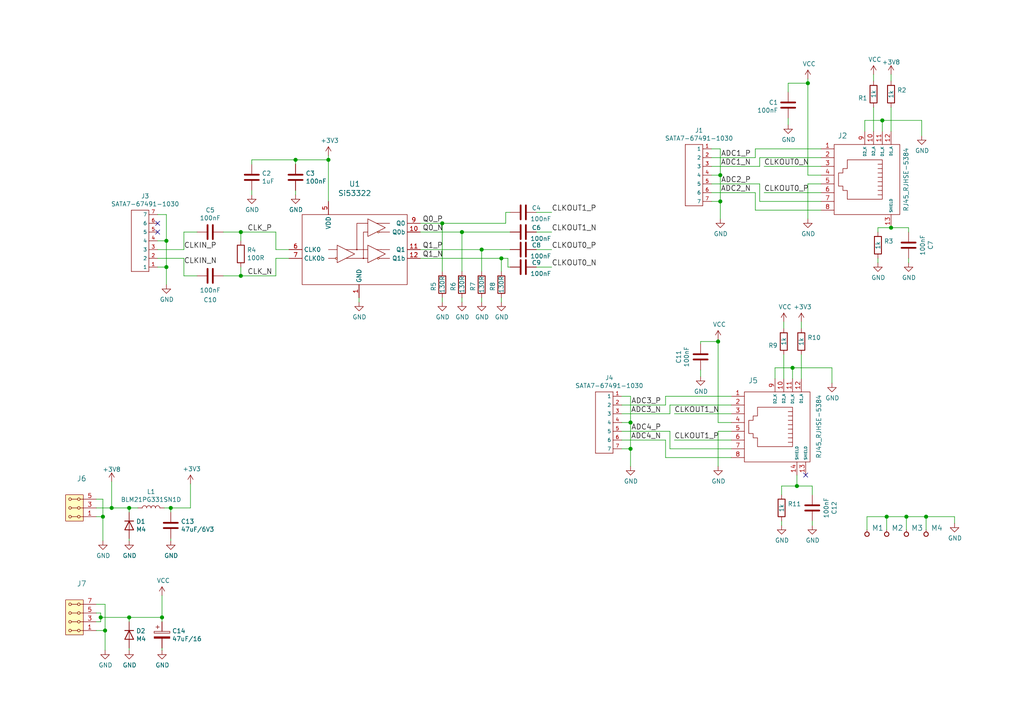
<source format=kicad_sch>
(kicad_sch (version 20211123) (generator eeschema)
  (paper "A4")
  (title_block (title "RFIQINT02A") (date "2021-04-14") (company "jacho@mlab.cz"))
  (lib_symbols
    (symbol "Device:C" (pin_numbers hide) (pin_names (offset 0.254))
      (property "Reference" "C" (at 0.635 2.54 0))
      (property "Value" "C" (at 0.635 -2.54 0))
      (symbol "C_0_1"
        (polyline (pts (xy -2.032 -0.762) (xy 2.032 -0.762)) (stroke (width 0.508)))
        (polyline (pts (xy -2.032 0.762) (xy 2.032 0.762)) (stroke (width 0.508)))
      )
      (symbol "C_1_1"
        (pin passive line (at 0 3.81 270) (length 2.794) (name "~") (number "1"))
        (pin passive line (at 0 -3.81 90) (length 2.794) (name "~") (number "2"))
      )
    )
    (symbol "Device:CP" (pin_numbers hide) (pin_names (offset 0.254))
      (property "Reference" "C" (at 0.635 2.54 0))
      (property "Value" "CP" (at 0.635 -2.54 0))
      (symbol "CP_0_1"
        (rectangle (start -2.286 0.508) (end 2.286 1.016))
        (polyline (pts (xy -1.778 2.286) (xy -0.762 2.286)))
        (polyline (pts (xy -1.27 2.794) (xy -1.27 1.778)))
        (rectangle (start 2.286 -0.508) (end -2.286 -1.016) (fill (type outline)))
      )
      (symbol "CP_1_1"
        (pin passive line (at 0 3.81 270) (length 2.794) (name "~") (number "1"))
        (pin passive line (at 0 -3.81 90) (length 2.794) (name "~") (number "2"))
      )
    )
    (symbol "Device:D" (pin_numbers hide) (pin_names hide)
      (property "Reference" "D" (at 0 2.54 0))
      (property "Value" "D" (at 0 -2.54 0))
      (symbol "D_0_1"
        (polyline (pts (xy -1.27 1.27) (xy -1.27 -1.27)) (stroke (width 0.254)))
        (polyline (pts (xy 1.27 0) (xy -1.27 0)))
        (polyline (pts (xy 1.27 1.27) (xy 1.27 -1.27) (xy -1.27 0) (xy 1.27 1.27)) (stroke (width 0.254)))
      )
      (symbol "D_1_1"
        (pin passive line (at -3.81 0 0) (length 2.54) (name "K") (number "1"))
        (pin passive line (at 3.81 0 180) (length 2.54) (name "A") (number "2"))
      )
    )
    (symbol "Device:L" (pin_numbers hide) (pin_names hide)
      (property "Reference" "L" (at -1.27 0 90))
      (property "Value" "L" (at 1.905 0 90))
      (symbol "L_0_1"
        (arc (start 0 -2.54) (mid 0.635 -1.905) (end 0 -1.27))
        (arc (start 0 -1.27) (mid 0.635 -0.635) (end 0 0))
        (arc (start 0 0) (mid 0.635 0.635) (end 0 1.27))
        (arc (start 0 1.27) (mid 0.635 1.905) (end 0 2.54))
      )
      (symbol "L_1_1"
        (pin passive line (at 0 3.81 270) (length 1.27) (name "1") (number "1"))
        (pin passive line (at 0 -3.81 90) (length 1.27) (name "2") (number "2"))
      )
    )
    (symbol "Device:R" (pin_numbers hide) (pin_names (offset 0))
      (property "Reference" "R" (at 2.032 0 90))
      (property "Value" "R" (at 0 0 90))
      (symbol "R_0_1"
        (rectangle (start -1.016 -2.54) (end 1.016 2.54) (stroke (width 0.254)))
      )
      (symbol "R_1_1"
        (pin passive line (at 0 3.81 270) (length 1.27) (name "~") (number "1"))
        (pin passive line (at 0 -3.81 90) (length 1.27) (name "~") (number "2"))
      )
    )
    (symbol "MLAB_CONNECTORS:RJ45_RJHSE-5384"
      (property "Reference" "J" (at -8.89 12.7 0))
      (property "Value" "RJ45_RJHSE-5384" (at 11.43 -1.27 90))
      (symbol "RJ45_RJHSE-5384_0_1"
        (rectangle (start -10.16 -7.62) (end 10.16 11.43))
        (polyline (pts (xy -4.445 5.08) (xy -4.445 6.35) (xy -4.445 6.35)))
        (polyline (pts (xy -3.175 6.35) (xy -3.175 5.08) (xy -3.175 5.08)))
        (polyline (pts (xy -1.905 6.35) (xy -1.905 5.08) (xy -1.905 5.08)))
        (polyline (pts (xy -0.635 6.35) (xy -0.635 5.08) (xy -0.635 5.08)))
        (polyline (pts (xy 0.635 6.35) (xy 0.635 5.08) (xy 0.635 5.08)))
        (polyline (pts (xy 1.905 6.35) (xy 1.905 5.08) (xy 1.905 5.08)))
        (polyline (pts (xy 3.175 5.08) (xy 3.175 6.35) (xy 3.175 6.35)))
        (polyline (pts (xy 4.445 5.08) (xy 4.445 6.35) (xy 4.445 6.35)))
        (polyline (pts (xy -5.715 6.35) (xy 5.715 6.35) (xy 5.715 -3.81) (xy 3.175 -3.81) (xy 3.175 -5.08) (xy 1.905 -5.08) (xy 1.905 -6.35) (xy -1.905 -6.35) (xy -1.905 -5.08) (xy -3.175 -5.08) (xy -3.175 -3.81) (xy -5.715 -3.81) (xy -5.715 6.35) (xy -5.715 6.35)))
      )
      (symbol "RJ45_RJHSE-5384_1_1"
        (pin passive line (at -8.89 -11.43 90) (length 3.81) (name "~") (number "1"))
        (pin unspecified line (at -13.97 3.81 0) (length 3.81) (name "D2_A") (number "10"))
        (pin unspecified line (at -13.97 6.35 0) (length 3.81) (name "D1_K") (number "11"))
        (pin unspecified line (at -13.97 8.89 0) (length 3.81) (name "D1_A") (number "12"))
        (pin passive line (at 13.97 8.89 180) (length 3.81) (name "SHIELD") (number "13"))
        (pin passive line (at -6.35 -11.43 90) (length 3.81) (name "~") (number "2"))
        (pin passive line (at -3.81 -11.43 90) (length 3.81) (name "~") (number "3"))
        (pin passive line (at -1.27 -11.43 90) (length 3.81) (name "~") (number "4"))
        (pin passive line (at 1.27 -11.43 90) (length 3.81) (name "~") (number "5"))
        (pin passive line (at 3.81 -11.43 90) (length 3.81) (name "~") (number "6"))
        (pin passive line (at 6.35 -11.43 90) (length 3.81) (name "~") (number "7"))
        (pin passive line (at 8.89 -11.43 90) (length 3.81) (name "~") (number "8"))
        (pin unspecified line (at -13.97 1.27 0) (length 3.81) (name "D2_K") (number "9"))
      )
    )
    (symbol "MLAB_CONNECTORS:RJ45_RJHSE-5384_1"
      (property "Reference" "J7" (at 15.7585 0 0))
      (property "Value" "RJ45_RJHSE-5384" (at 13.2349 0 0))
      (symbol "RJ45_RJHSE-5384_1_0_1"
        (rectangle (start -10.16 -7.62) (end 10.16 11.43))
        (polyline (pts (xy -4.445 5.08) (xy -4.445 6.35) (xy -4.445 6.35)))
        (polyline (pts (xy -3.175 6.35) (xy -3.175 5.08) (xy -3.175 5.08)))
        (polyline (pts (xy -1.905 6.35) (xy -1.905 5.08) (xy -1.905 5.08)))
        (polyline (pts (xy -0.635 6.35) (xy -0.635 5.08) (xy -0.635 5.08)))
        (polyline (pts (xy 0.635 6.35) (xy 0.635 5.08) (xy 0.635 5.08)))
        (polyline (pts (xy 1.905 6.35) (xy 1.905 5.08) (xy 1.905 5.08)))
        (polyline (pts (xy 3.175 5.08) (xy 3.175 6.35) (xy 3.175 6.35)))
        (polyline (pts (xy 4.445 5.08) (xy 4.445 6.35) (xy 4.445 6.35)))
        (polyline (pts (xy -5.715 6.35) (xy 5.715 6.35) (xy 5.715 -3.81) (xy 3.175 -3.81) (xy 3.175 -5.08) (xy 1.905 -5.08) (xy 1.905 -6.35) (xy -1.905 -6.35) (xy -1.905 -5.08) (xy -3.175 -5.08) (xy -3.175 -3.81) (xy -5.715 -3.81) (xy -5.715 6.35) (xy -5.715 6.35)))
      )
      (symbol "RJ45_RJHSE-5384_1_1_1"
        (pin passive line (at -8.89 -11.43 90) (length 3.81) (name "~") (number "1"))
        (pin unspecified line (at -13.97 3.81 0) (length 3.81) (name "D2_A") (number "10"))
        (pin unspecified line (at -13.97 6.35 0) (length 3.81) (name "D1_K") (number "11"))
        (pin unspecified line (at -13.97 8.89 0) (length 3.81) (name "D1_A") (number "12"))
        (pin passive line (at 13.97 10.16 180) (length 3.81) (name "SHIELD") (number "13"))
        (pin passive line (at 13.97 7.62 180) (length 3.81) (name "SHIELD") (number "14"))
        (pin passive line (at -6.35 -11.43 90) (length 3.81) (name "~") (number "2"))
        (pin passive line (at -3.81 -11.43 90) (length 3.81) (name "~") (number "3"))
        (pin passive line (at -1.27 -11.43 90) (length 3.81) (name "~") (number "4"))
        (pin passive line (at 1.27 -11.43 90) (length 3.81) (name "~") (number "5"))
        (pin passive line (at 3.81 -11.43 90) (length 3.81) (name "~") (number "6"))
        (pin passive line (at 6.35 -11.43 90) (length 3.81) (name "~") (number "7"))
        (pin passive line (at 8.89 -11.43 90) (length 3.81) (name "~") (number "8"))
        (pin unspecified line (at -13.97 1.27 0) (length 3.81) (name "D2_K") (number "9"))
      )
    )
    (symbol "MLAB_CONNECTORS:SATA7-67491-1030"
      (property "Reference" "J" (at -2.54 10.16 0))
      (property "Value" "SATA7-67491-1030" (at -2.54 -11.43 0))
      (symbol "SATA7-67491-1030_1_0"
        (polyline (pts (xy -2.54 -8.89) (xy 2.54 -8.89)))
        (polyline (pts (xy -2.54 8.89) (xy -2.54 -8.89)))
        (polyline (pts (xy 2.54 -8.89) (xy 2.54 8.89)))
        (polyline (pts (xy 2.54 8.89) (xy -2.54 8.89)))
      )
      (symbol "SATA7-67491-1030_1_1"
        (pin passive line (at -5.08 7.62 0) (length 2.54) (name "1") (number "1"))
        (pin passive line (at -5.08 5.08 0) (length 2.54) (name "2") (number "2"))
        (pin passive line (at -5.08 2.54 0) (length 2.54) (name "3") (number "3"))
        (pin passive line (at -5.08 0 0) (length 2.54) (name "4") (number "4"))
        (pin passive line (at -5.08 -2.54 0) (length 2.54) (name "5") (number "5"))
        (pin passive line (at -5.08 -5.08 0) (length 2.54) (name "6") (number "6"))
        (pin passive line (at -5.08 -7.62 0) (length 2.54) (name "7") (number "7"))
      )
    )
    (symbol "MLAB_HEADER:HEADER_2x03_PARALLEL"
      (property "Reference" "J" (at 0 -5.08 0))
      (property "Value" "HEADER_2x03_PARALLEL" (at 0 5.08 0))
      (symbol "HEADER_2x03_PARALLEL_0_1"
        (rectangle (start -2.54 3.81) (end 2.54 -3.81) (fill (type background)))
        (circle (center -1.27 -2.54) (radius 0.381))
        (circle (center -1.27 0) (radius 0.381))
        (circle (center -1.27 2.54) (radius 0.381))
        (polyline (pts (xy -1.651 -2.54) (xy -2.54 -2.54)))
        (polyline (pts (xy -1.651 0) (xy -2.54 0)))
        (polyline (pts (xy -1.651 2.54) (xy -2.54 2.54)))
        (polyline (pts (xy -0.889 -2.54) (xy 0.889 -2.54)))
        (polyline (pts (xy -0.889 0) (xy 0.889 0)))
        (polyline (pts (xy -0.889 2.54) (xy 0.889 2.54)))
        (circle (center 1.27 -2.54) (radius 0.381))
        (circle (center 1.27 0) (radius 0.381))
        (circle (center 1.27 2.54) (radius 0.381))
      )
      (symbol "HEADER_2x03_PARALLEL_1_1"
        (pin input line (at -6.35 2.54 0) (length 3.81) (name "~") (number "1"))
        (pin input line (at -6.35 2.54 0) (length 3.81) hide (name "~") (number "2"))
        (pin input line (at -6.35 0 0) (length 3.81) (name "~") (number "3"))
        (pin input line (at -6.35 0 0) (length 3.81) hide (name "~") (number "4"))
        (pin input line (at -6.35 -2.54 0) (length 3.81) (name "~") (number "5"))
        (pin input line (at -6.35 -2.54 0) (length 3.81) hide (name "~") (number "6"))
      )
    )
    (symbol "MLAB_HEADER:HEADER_2x04_PARALLEL"
      (property "Reference" "J" (at 0 -6.35 0))
      (property "Value" "HEADER_2x04_PARALLEL" (at 0 6.35 0))
      (symbol "HEADER_2x04_PARALLEL_0_1"
        (rectangle (start -2.54 5.08) (end 2.54 -5.08) (fill (type background)))
        (circle (center -1.27 -3.81) (radius 0.381))
        (circle (center -1.27 -1.27) (radius 0.381))
        (circle (center -1.27 1.27) (radius 0.381))
        (circle (center -1.27 3.81) (radius 0.381))
        (polyline (pts (xy -1.651 -3.81) (xy -2.54 -3.81)))
        (polyline (pts (xy -1.651 -1.27) (xy -2.54 -1.27)))
        (polyline (pts (xy -1.651 1.27) (xy -2.54 1.27)))
        (polyline (pts (xy -1.651 3.81) (xy -2.54 3.81)))
        (polyline (pts (xy -0.889 -3.81) (xy 0.889 -3.81)))
        (polyline (pts (xy -0.889 -1.27) (xy 0.889 -1.27)))
        (polyline (pts (xy -0.889 1.27) (xy 0.889 1.27)))
        (polyline (pts (xy -0.889 3.81) (xy 0.889 3.81)))
        (circle (center 1.27 -3.81) (radius 0.381))
        (circle (center 1.27 -1.27) (radius 0.381))
        (circle (center 1.27 1.27) (radius 0.381))
        (circle (center 1.27 3.81) (radius 0.381))
      )
      (symbol "HEADER_2x04_PARALLEL_1_1"
        (pin input line (at -6.35 3.81 0) (length 3.81) (name "~") (number "1"))
        (pin input line (at -6.35 3.81 0) (length 3.81) hide (name "~") (number "2"))
        (pin input line (at -6.35 1.27 0) (length 3.81) (name "~") (number "3"))
        (pin input line (at -6.35 1.27 0) (length 3.81) hide (name "~") (number "4"))
        (pin input line (at -6.35 -1.27 0) (length 3.81) (name "~") (number "5"))
        (pin input line (at -6.35 -1.27 0) (length 3.81) hide (name "~") (number "6"))
        (pin input line (at -6.35 -3.81 0) (length 3.81) (name "~") (number "7"))
        (pin input line (at -6.35 -3.81 0) (length 3.81) hide (name "~") (number "8"))
      )
    )
    (symbol "MLAB_IO:Si53322"
      (property "Reference" "U" (at -17.78 10.16 0))
      (property "Value" "Si53322" (at 7.62 -10.16 0))
      (symbol "Si53322_0_1"
        (rectangle (start -16.51 7.62) (end 13.97 -12.7))
        (circle (center -6.604 -5.08) (radius 0.254) (fill (type background)))
        (circle (center -0.635 -2.54) (radius 0.127))
        (polyline (pts (xy -8.89 -5.08) (xy -6.858 -5.08)))
        (polyline (pts (xy -8.89 -2.54) (xy -6.35 -2.54)))
        (polyline (pts (xy 2.54 -5.08) (xy -3.81 -5.08)))
        (polyline (pts (xy 6.35 -5.08) (xy 5.842 -5.08)))
        (polyline (pts (xy 6.35 -2.54) (xy 5.08 -2.54)))
        (polyline (pts (xy 6.35 2.54) (xy 5.842 2.54)))
        (polyline (pts (xy 6.35 5.08) (xy 5.08 5.08)))
        (polyline (pts (xy 8.89 -5.08) (xy 6.35 -5.08)))
        (polyline (pts (xy 8.89 -2.54) (xy 6.35 -2.54)))
        (polyline (pts (xy 8.89 2.54) (xy 6.35 2.54)))
        (polyline (pts (xy 8.89 5.08) (xy 6.35 5.08)))
        (polyline (pts (xy 2.54 -2.54) (xy 0 -2.54) (xy -3.81 -2.54)))
        (polyline (pts (xy 2.54 2.54) (xy 1.27 2.54) (xy 1.27 -5.08)))
        (polyline (pts (xy 2.54 5.08) (xy -0.635 5.08) (xy -0.635 -2.54)))
        (polyline (pts (xy -6.35 -1.27) (xy -6.35 -6.35) (xy -1.27 -3.81) (xy -6.35 -1.27)))
        (polyline (pts (xy 2.54 -1.27) (xy 2.54 -6.35) (xy 7.62 -3.81) (xy 2.54 -1.27)))
        (polyline (pts (xy 2.54 6.35) (xy 2.54 1.27) (xy 7.62 3.81) (xy 2.54 6.35)))
        (circle (center 1.27 -5.08) (radius 0.127))
        (circle (center 5.588 -5.08) (radius 0.254) (fill (type background)))
        (circle (center 5.588 2.54) (radius 0.254) (fill (type background)))
      )
      (symbol "Si53322_1_1"
        (pin input line (at 0 -16.51 90) (length 3.81) (name "GND") (number "1"))
        (pin input line (at 17.78 2.54 180) (length 3.81) (name "Q0b") (number "10"))
        (pin input line (at 17.78 -2.54 180) (length 3.81) (name "Q1") (number "11"))
        (pin input line (at 17.78 -5.08 180) (length 3.81) (name "Q1b") (number "12"))
        (pin input line (at 0 -16.51 90) (length 3.81) hide (name "GND") (number "17"))
        (pin input line (at -8.89 11.43 270) (length 3.81) (name "VDD") (number "5"))
        (pin input line (at -20.32 -2.54 0) (length 3.81) (name "CLK0") (number "6"))
        (pin input line (at -20.32 -5.08 0) (length 3.81) (name "CLK0b") (number "7"))
        (pin input line (at 17.78 5.08 180) (length 3.81) (name "Q0") (number "9"))
      )
    )
    (symbol "MLAB_MECHANICAL:HOLE" (pin_numbers hide) (pin_names hide)
      (property "Reference" "M" (at 0 2.54 0))
      (property "Value" "HOLE" (at 0 -2.54 0))
      (symbol "HOLE_0_1"
        (circle (center 0 0) (radius 0.635) (stroke (width 0.254)))
      )
      (symbol "HOLE_1_1"
        (pin input line (at 1.27 0 180) (length 0.635) (name "~") (number "1"))
      )
    )
    (symbol "Power_symbols:+3V8" (power) (pin_names (offset 0))
      (property "Value" "+3V8" (at 0 3.556 0))
      (symbol "+3V8_0_1"
        (polyline (pts (xy -0.762 1.27) (xy 0 2.54)))
        (polyline (pts (xy 0 0) (xy 0 2.54)))
        (polyline (pts (xy 0 2.54) (xy 0.762 1.27)))
      )
      (symbol "+3V8_1_1"
        (pin power_in line (at 0 0 90) (length 0) hide (name "+3V8") (number "1"))
      )
    )
    (symbol "power:+3V3" (power) (pin_names (offset 0))
      (property "Value" "+3V3" (at 0 3.556 0))
      (symbol "+3V3_0_1"
        (polyline (pts (xy -0.762 1.27) (xy 0 2.54)))
        (polyline (pts (xy 0 0) (xy 0 2.54)))
        (polyline (pts (xy 0 2.54) (xy 0.762 1.27)))
      )
      (symbol "+3V3_1_1"
        (pin power_in line (at 0 0 90) (length 0) hide (name "+3V3") (number "1"))
      )
    )
    (symbol "power:GND" (power) (pin_names (offset 0))
      (property "Value" "GND" (at 0 -3.81 0))
      (symbol "GND_0_1"
        (polyline (pts (xy 0 0) (xy 0 -1.27) (xy 1.27 -1.27) (xy 0 -2.54) (xy -1.27 -1.27) (xy 0 -1.27)))
      )
      (symbol "GND_1_1"
        (pin power_in line (at 0 0 270) (length 0) hide (name "GND") (number "1"))
      )
    )
    (symbol "power:VCC" (power) (pin_names (offset 0))
      (property "Value" "VCC" (at 0 3.81 0))
      (symbol "VCC_0_1"
        (polyline (pts (xy -0.762 1.27) (xy 0 2.54)))
        (polyline (pts (xy 0 0) (xy 0 2.54)))
        (polyline (pts (xy 0 2.54) (xy 0.762 1.27)))
      )
      (symbol "VCC_1_1"
        (pin power_in line (at 0 0 90) (length 0) hide (name "VCC") (number "1"))
      )
    )
  )
  (junction (at 229.87 106.68) (diameter 1.016))
  (junction (at 46.99 179.07) (diameter 1.016))
  (junction (at 128.27 64.77) (diameter 1.016))
  (junction (at 231.14 140.97) (diameter 1.016))
  (junction (at 234.315 24.13) (diameter 1.016))
  (junction (at 139.7 72.39) (diameter 1.016))
  (junction (at 133.985 67.31) (diameter 1.016))
  (junction (at 268.605 149.86) (diameter 1.016))
  (junction (at 182.88 130.175) (diameter 1.016))
  (junction (at 32.385 147.32) (diameter 1.016))
  (junction (at 145.415 74.93) (diameter 1.016))
  (junction (at 208.915 50.8) (diameter 1.016))
  (junction (at 37.465 179.07) (diameter 1.016))
  (junction (at 49.53 147.32) (diameter 1.016))
  (junction (at 258.445 66.04) (diameter 1.016))
  (junction (at 262.89 149.86) (diameter 1.016))
  (junction (at 29.21 179.07) (diameter 1.016))
  (junction (at 257.175 149.86) (diameter 1.016))
  (junction (at 85.725 46.355) (diameter 1.016))
  (junction (at 29.845 149.86) (diameter 1.016))
  (junction (at 37.465 147.32) (diameter 1.016))
  (junction (at 208.28 99.06) (diameter 1.016))
  (junction (at 255.905 34.925) (diameter 1.016))
  (junction (at 182.88 122.555) (diameter 1.016))
  (junction (at 69.85 80.01) (diameter 1.016))
  (junction (at 48.26 69.85) (diameter 1.016))
  (junction (at 208.915 58.42) (diameter 1.016))
  (junction (at 48.26 77.47) (diameter 1.016))
  (junction (at 69.85 67.31) (diameter 1.016))
  (junction (at 95.25 46.355) (diameter 1.016))
  (junction (at 30.48 182.88) (diameter 1.016))
  (no_connect (at 233.68 137.795))
  (no_connect (at 45.72 64.77))
  (no_connect (at 45.72 67.31))
  (wire (pts (xy 85.725 55.245) (xy 85.725 56.515)))
  (wire (pts (xy 128.27 64.77) (xy 128.27 78.74)))
  (wire (pts (xy 258.445 31.115) (xy 258.445 38.1)))
  (wire (pts (xy 208.28 122.555) (xy 212.09 122.555)))
  (wire (pts (xy 229.87 106.68) (xy 229.87 109.855)))
  (wire (pts (xy 182.88 130.175) (xy 182.88 135.255)))
  (wire (pts (xy 250.825 34.925) (xy 255.905 34.925)))
  (wire (pts (xy 250.825 38.1) (xy 250.825 34.925)))
  (wire (pts (xy 255.905 34.925) (xy 267.335 34.925)))
  (wire (pts (xy 267.335 34.925) (xy 267.335 39.37)))
  (wire (pts (xy 226.695 140.97) (xy 226.695 143.51)))
  (wire (pts (xy 251.46 149.86) (xy 257.175 149.86)))
  (wire (pts (xy 234.315 22.86) (xy 234.315 24.13)))
  (wire (pts (xy 234.315 24.13) (xy 234.315 50.8)))
  (wire (pts (xy 180.34 120.015) (xy 194.31 120.015)))
  (wire (pts (xy 208.28 98.425) (xy 208.28 99.06)))
  (wire (pts (xy 208.28 99.06) (xy 208.28 122.555)))
  (wire (pts (xy 45.72 72.39) (xy 53.34 72.39)))
  (wire (pts (xy 206.375 58.42) (xy 208.915 58.42)))
  (wire (pts (xy 133.985 86.36) (xy 133.985 87.63)))
  (wire (pts (xy 133.985 67.31) (xy 147.955 67.31)))
  (wire (pts (xy 232.41 93.345) (xy 232.41 95.25)))
  (wire (pts (xy 212.09 125.095) (xy 208.28 125.095)))
  (wire (pts (xy 47.625 147.32) (xy 49.53 147.32)))
  (wire (pts (xy 46.99 179.07) (xy 46.99 180.34)))
  (wire (pts (xy 253.365 31.115) (xy 253.365 38.1)))
  (wire (pts (xy 27.94 175.26) (xy 30.48 175.26)))
  (wire (pts (xy 193.04 132.715) (xy 193.04 127.635)))
  (wire (pts (xy 208.915 50.8) (xy 208.915 58.42)))
  (wire (pts (xy 206.375 48.26) (xy 220.345 48.26)))
  (wire (pts (xy 145.415 74.93) (xy 147.32 74.93)))
  (wire (pts (xy 228.6 34.29) (xy 228.6 36.195)))
  (wire (pts (xy 133.985 67.31) (xy 133.985 78.74)))
  (wire (pts (xy 227.33 102.87) (xy 227.33 109.855)))
  (wire (pts (xy 45.72 77.47) (xy 48.26 77.47)))
  (wire (pts (xy 53.34 74.93) (xy 53.34 80.01)))
  (wire (pts (xy 253.365 21.59) (xy 253.365 23.495)))
  (wire (pts (xy 37.465 179.07) (xy 37.465 180.34)))
  (wire (pts (xy 232.41 102.87) (xy 232.41 109.855)))
  (wire (pts (xy 241.3 106.68) (xy 241.3 111.125)))
  (wire (pts (xy 208.915 43.18) (xy 208.915 50.8)))
  (wire (pts (xy 121.92 67.31) (xy 133.985 67.31)))
  (wire (pts (xy 128.27 64.77) (xy 146.685 64.77)))
  (wire (pts (xy 268.605 149.86) (xy 276.86 149.86)))
  (wire (pts (xy 30.48 182.88) (xy 27.94 182.88)))
  (wire (pts (xy 180.34 117.475) (xy 193.04 117.475)))
  (wire (pts (xy 95.25 46.355) (xy 95.25 58.42)))
  (wire (pts (xy 64.77 80.01) (xy 69.85 80.01)))
  (wire (pts (xy 139.7 86.36) (xy 139.7 87.63)))
  (wire (pts (xy 80.01 72.39) (xy 83.82 72.39)))
  (wire (pts (xy 45.72 62.23) (xy 48.26 62.23)))
  (wire (pts (xy 48.26 69.85) (xy 48.26 77.47)))
  (wire (pts (xy 221.615 48.26) (xy 238.125 48.26)))
  (wire (pts (xy 257.175 149.86) (xy 262.89 149.86)))
  (wire (pts (xy 238.125 60.96) (xy 219.075 60.96)))
  (wire (pts (xy 128.27 86.36) (xy 128.27 87.63)))
  (wire (pts (xy 37.465 187.96) (xy 37.465 188.595)))
  (wire (pts (xy 55.245 147.32) (xy 55.245 140.335)))
  (wire (pts (xy 69.85 67.31) (xy 80.01 67.31)))
  (wire (pts (xy 224.79 109.855) (xy 224.79 106.68)))
  (wire (pts (xy 180.34 125.095) (xy 194.31 125.095)))
  (wire (pts (xy 193.04 114.935) (xy 212.09 114.935)))
  (wire (pts (xy 276.86 149.86) (xy 276.86 151.765)))
  (wire (pts (xy 182.88 122.555) (xy 182.88 130.175)))
  (wire (pts (xy 29.845 149.86) (xy 29.845 156.845)))
  (wire (pts (xy 255.905 34.925) (xy 255.905 38.1)))
  (wire (pts (xy 254.635 66.04) (xy 258.445 66.04)))
  (wire (pts (xy 254.635 74.93) (xy 254.635 76.2)))
  (wire (pts (xy 180.34 114.935) (xy 182.88 114.935)))
  (wire (pts (xy 85.725 46.355) (xy 95.25 46.355)))
  (wire (pts (xy 235.585 151.13) (xy 235.585 152.4)))
  (wire (pts (xy 69.85 67.31) (xy 69.85 69.85)))
  (wire (pts (xy 219.075 55.88) (xy 206.375 55.88)))
  (wire (pts (xy 46.99 187.96) (xy 46.99 188.595)))
  (wire (pts (xy 85.725 47.625) (xy 85.725 46.355)))
  (wire (pts (xy 238.125 53.34) (xy 234.315 53.34)))
  (wire (pts (xy 80.01 67.31) (xy 80.01 72.39)))
  (wire (pts (xy 139.7 72.39) (xy 139.7 78.74)))
  (wire (pts (xy 27.94 177.8) (xy 29.21 177.8)))
  (wire (pts (xy 46.99 172.72) (xy 46.99 179.07)))
  (wire (pts (xy 258.445 21.59) (xy 258.445 23.495)))
  (wire (pts (xy 139.7 72.39) (xy 147.955 72.39)))
  (wire (pts (xy 29.21 179.07) (xy 29.21 180.34)))
  (wire (pts (xy 53.34 67.31) (xy 57.15 67.31)))
  (wire (pts (xy 195.58 127.635) (xy 212.09 127.635)))
  (wire (pts (xy 193.04 117.475) (xy 193.04 114.935)))
  (wire (pts (xy 155.575 77.47) (xy 160.02 77.47)))
  (wire (pts (xy 32.385 139.7) (xy 32.385 147.32)))
  (wire (pts (xy 262.89 149.86) (xy 268.605 149.86)))
  (wire (pts (xy 262.89 149.86) (xy 262.89 153.67)))
  (wire (pts (xy 206.375 50.8) (xy 208.915 50.8)))
  (wire (pts (xy 206.375 45.72) (xy 219.075 45.72)))
  (wire (pts (xy 37.465 156.21) (xy 37.465 156.845)))
  (wire (pts (xy 37.465 147.32) (xy 40.005 147.32)))
  (wire (pts (xy 194.31 117.475) (xy 212.09 117.475)))
  (wire (pts (xy 37.465 179.07) (xy 46.99 179.07)))
  (wire (pts (xy 69.85 80.01) (xy 80.01 80.01)))
  (wire (pts (xy 146.685 64.77) (xy 146.685 61.595)))
  (wire (pts (xy 29.21 179.07) (xy 37.465 179.07)))
  (wire (pts (xy 145.415 74.93) (xy 145.415 78.74)))
  (wire (pts (xy 53.34 72.39) (xy 53.34 67.31)))
  (wire (pts (xy 208.915 58.42) (xy 208.915 63.5)))
  (wire (pts (xy 194.31 125.095) (xy 194.31 130.175)))
  (wire (pts (xy 27.94 144.78) (xy 29.845 144.78)))
  (wire (pts (xy 220.345 48.26) (xy 220.345 45.72)))
  (wire (pts (xy 194.31 120.015) (xy 194.31 117.475)))
  (wire (pts (xy 145.415 86.36) (xy 145.415 87.63)))
  (wire (pts (xy 195.58 120.015) (xy 212.09 120.015)))
  (wire (pts (xy 155.575 61.595) (xy 160.02 61.595)))
  (wire (pts (xy 64.77 67.31) (xy 69.85 67.31)))
  (wire (pts (xy 226.695 151.13) (xy 226.695 152.4)))
  (wire (pts (xy 49.53 156.21) (xy 49.53 156.845)))
  (wire (pts (xy 231.14 137.795) (xy 231.14 140.97)))
  (wire (pts (xy 229.87 106.68) (xy 241.3 106.68)))
  (wire (pts (xy 53.34 80.01) (xy 57.15 80.01)))
  (wire (pts (xy 221.615 55.88) (xy 238.125 55.88)))
  (wire (pts (xy 80.01 80.01) (xy 80.01 74.93)))
  (wire (pts (xy 220.345 53.34) (xy 220.345 58.42)))
  (wire (pts (xy 206.375 43.18) (xy 208.915 43.18)))
  (wire (pts (xy 121.92 72.39) (xy 139.7 72.39)))
  (wire (pts (xy 226.695 140.97) (xy 231.14 140.97)))
  (wire (pts (xy 231.14 140.97) (xy 235.585 140.97)))
  (wire (pts (xy 268.605 149.86) (xy 268.605 153.67)))
  (wire (pts (xy 30.48 182.88) (xy 30.48 188.595)))
  (wire (pts (xy 29.21 177.8) (xy 29.21 179.07)))
  (wire (pts (xy 155.575 72.39) (xy 160.02 72.39)))
  (wire (pts (xy 182.88 114.935) (xy 182.88 122.555)))
  (wire (pts (xy 104.14 86.36) (xy 104.14 87.63)))
  (wire (pts (xy 219.075 45.72) (xy 219.075 43.18)))
  (wire (pts (xy 29.845 144.78) (xy 29.845 149.86)))
  (wire (pts (xy 219.075 60.96) (xy 219.075 55.88)))
  (wire (pts (xy 203.2 107.315) (xy 203.2 109.22)))
  (wire (pts (xy 180.34 122.555) (xy 182.88 122.555)))
  (wire (pts (xy 254.635 67.31) (xy 254.635 66.04)))
  (wire (pts (xy 227.33 93.345) (xy 227.33 95.25)))
  (wire (pts (xy 30.48 175.26) (xy 30.48 182.88)))
  (wire (pts (xy 146.685 61.595) (xy 147.955 61.595)))
  (wire (pts (xy 193.04 127.635) (xy 180.34 127.635)))
  (wire (pts (xy 80.01 74.93) (xy 83.82 74.93)))
  (wire (pts (xy 258.445 66.04) (xy 263.525 66.04)))
  (wire (pts (xy 121.92 74.93) (xy 145.415 74.93)))
  (wire (pts (xy 212.09 132.715) (xy 193.04 132.715)))
  (wire (pts (xy 194.31 130.175) (xy 212.09 130.175)))
  (wire (pts (xy 48.26 62.23) (xy 48.26 69.85)))
  (wire (pts (xy 27.94 147.32) (xy 32.385 147.32)))
  (wire (pts (xy 32.385 147.32) (xy 37.465 147.32)))
  (wire (pts (xy 27.94 149.86) (xy 29.845 149.86)))
  (wire (pts (xy 147.32 74.93) (xy 147.32 77.47)))
  (wire (pts (xy 69.85 80.01) (xy 69.85 77.47)))
  (wire (pts (xy 220.345 58.42) (xy 238.125 58.42)))
  (wire (pts (xy 220.345 45.72) (xy 238.125 45.72)))
  (wire (pts (xy 45.72 69.85) (xy 48.26 69.85)))
  (wire (pts (xy 203.2 99.06) (xy 208.28 99.06)))
  (wire (pts (xy 203.2 99.695) (xy 203.2 99.06)))
  (wire (pts (xy 155.575 67.31) (xy 160.02 67.31)))
  (wire (pts (xy 49.53 147.32) (xy 55.245 147.32)))
  (wire (pts (xy 235.585 140.97) (xy 235.585 143.51)))
  (wire (pts (xy 49.53 147.32) (xy 49.53 148.59)))
  (wire (pts (xy 73.025 46.355) (xy 73.025 47.625)))
  (wire (pts (xy 85.725 46.355) (xy 73.025 46.355)))
  (wire (pts (xy 234.315 53.34) (xy 234.315 63.5)))
  (wire (pts (xy 48.26 77.47) (xy 48.26 82.55)))
  (wire (pts (xy 208.28 125.095) (xy 208.28 135.255)))
  (wire (pts (xy 180.34 130.175) (xy 182.88 130.175)))
  (wire (pts (xy 45.72 74.93) (xy 53.34 74.93)))
  (wire (pts (xy 263.525 66.04) (xy 263.525 67.31)))
  (wire (pts (xy 37.465 147.32) (xy 37.465 148.59)))
  (wire (pts (xy 219.075 43.18) (xy 238.125 43.18)))
  (wire (pts (xy 147.32 77.47) (xy 147.955 77.47)))
  (wire (pts (xy 121.92 64.77) (xy 128.27 64.77)))
  (wire (pts (xy 257.175 149.86) (xy 257.175 153.67)))
  (wire (pts (xy 228.6 24.13) (xy 234.315 24.13)))
  (wire (pts (xy 228.6 26.67) (xy 228.6 24.13)))
  (wire (pts (xy 73.025 55.245) (xy 73.025 56.515)))
  (wire (pts (xy 95.25 45.085) (xy 95.25 46.355)))
  (wire (pts (xy 251.46 153.67) (xy 251.46 149.86)))
  (wire (pts (xy 206.375 53.34) (xy 220.345 53.34)))
  (wire (pts (xy 263.525 74.93) (xy 263.525 76.2)))
  (wire (pts (xy 27.94 180.34) (xy 29.21 180.34)))
  (wire (pts (xy 234.315 50.8) (xy 238.125 50.8)))
  (wire (pts (xy 224.79 106.68) (xy 229.87 106.68)))
  (label "CLKOUT1_P" (at 195.58 127.635 0) (effects (font (size 1.524 1.524))))
  (label "Q0_P" (at 122.555 64.77 0) (effects (font (size 1.524 1.524))))
  (label "ADC2_N" (at 217.805 55.88 180) (effects (font (size 1.524 1.524))))
  (label "CLK_P" (at 71.755 67.31 0) (effects (font (size 1.524 1.524))))
  (label "CLKIN_N" (at 53.34 76.835 0) (effects (font (size 1.524 1.524))))
  (label "CLKOUT0_N" (at 160.02 77.47 0) (effects (font (size 1.524 1.524))))
  (label "ADC4_P" (at 191.77 125.095 180) (effects (font (size 1.524 1.524))))
  (label "Q1_N" (at 122.555 74.93 0) (effects (font (size 1.524 1.524))))
  (label "CLKOUT1_P" (at 160.02 61.595 0) (effects (font (size 1.524 1.524))))
  (label "CLK_N" (at 71.755 80.01 0) (effects (font (size 1.524 1.524))))
  (label "CLKOUT1_N" (at 160.02 67.31 0) (effects (font (size 1.524 1.524))))
  (label "ADC4_N" (at 191.77 127.635 180) (effects (font (size 1.524 1.524))))
  (label "CLKOUT0_N" (at 221.615 48.26 0) (effects (font (size 1.524 1.524))))
  (label "Q0_N" (at 122.555 67.31 0) (effects (font (size 1.524 1.524))))
  (label "ADC2_P" (at 217.805 53.34 180) (effects (font (size 1.524 1.524))))
  (label "CLKIN_P" (at 53.34 72.39 0) (effects (font (size 1.524 1.524))))
  (label "CLKOUT1_N" (at 195.58 120.015 0) (effects (font (size 1.524 1.524))))
  (label "Q1_P" (at 122.555 72.39 0) (effects (font (size 1.524 1.524))))
  (label "ADC3_P" (at 191.77 117.475 180) (effects (font (size 1.524 1.524))))
  (label "ADC1_N" (at 217.805 48.26 180) (effects (font (size 1.524 1.524))))
  (label "CLKOUT0_P" (at 221.615 55.88 0) (effects (font (size 1.524 1.524))))
  (label "ADC1_P" (at 217.805 45.72 180) (effects (font (size 1.524 1.524))))
  (label "CLKOUT0_P" (at 160.02 72.39 0) (effects (font (size 1.524 1.524))))
  (label "ADC3_N" (at 191.77 120.015 180) (effects (font (size 1.524 1.524))))
  (symbol (lib_id "MLAB_CONNECTORS:RJ45_RJHSE-5384") (at 249.555 52.07 270) (unit 1)
    (property "Reference" "J2" (at 244.3585 39.37 90) (effects (font (size 1.524 1.524))))
    (property "Value" "RJ45_RJHSE-5384" (at 262.7899 52.07 0) (effects (font (size 1.2954 1.2954))))
    (property "Footprint" "Mlab_CON:RJHSE-5384(RJ45)" (effects hide))
    (property "UST_ID" "5c70984712875079b91f8a7d" (effects hide))
  )
  (symbol (lib_id "power:GND") (at 37.465 156.845 0) (unit 1)
    (property "Reference" "#PWR031" (effects hide))
    (property "Value" "GND" (at 37.5793 161.1694 0))
  )
  (symbol (lib_id "Device:C") (at 228.6 30.48 180) (unit 1)
    (property "Reference" "C1" (at 225.6789 29.7191 0) (effects (justify left)))
    (property "Value" "100nF" (at 225.6789 32.0178 0) (effects (justify left)))
    (property "Footprint" "Mlab_R:SMD-0805" (effects hide))
    (property "UST_ID" "5c70984712875079b91f8b4c" (effects hide))
  )
  (symbol (lib_id "Device:R") (at 139.7 82.55 0) (unit 1)
    (property "Reference" "R7" (at 137.16 84.455 90) (effects (justify left)))
    (property "Value" "130R" (at 139.7 85.09 90) (effects (justify left)))
    (property "Footprint" "Mlab_R:SMD-0805" (effects hide))
    (property "UST_ID" "5c70984512875079b91f8979" (effects hide))
  )
  (symbol (lib_id "Device:C") (at 151.765 67.31 90) (unit 1)
    (property "Reference" "C6" (at 155.575 66.04 90))
    (property "Value" "100nF" (at 156.845 69.215 90))
    (property "Footprint" "Mlab_R:SMD-0805" (effects hide))
    (property "UST_ID" "5c70984712875079b91f8b4c" (effects hide))
  )
  (symbol (lib_id "Device:R") (at 226.695 147.32 0) (unit 1)
    (property "Reference" "R11" (at 228.4731 146.1706 0) (effects (justify left)))
    (property "Value" "1k" (at 226.695 148.59 90) (effects (justify left)))
    (property "Footprint" "Mlab_R:SMD-0805" (effects hide))
    (property "UST_ID" "5c70984512875079b91f898c" (effects hide))
  )
  (symbol (lib_id "power:GND") (at 203.2 109.22 0) (unit 1)
    (property "Reference" "#PWR022" (effects hide))
    (property "Value" "GND" (at 203.3143 113.5444 0))
  )
  (symbol (lib_id "power:GND") (at 228.6 36.195 0) (unit 1)
    (property "Reference" "#PWR04" (effects hide))
    (property "Value" "GND" (at 228.7143 40.5194 0))
  )
  (symbol (lib_id "power:+3V3") (at 55.245 140.335 0) (unit 1)
    (property "Reference" "#PWR026" (effects hide))
    (property "Value" "+3V3" (at 55.6133 136.0106 0))
  )
  (symbol (lib_id "MLAB_MECHANICAL:HOLE") (at 262.89 154.94 90) (unit 1)
    (property "Reference" "M3" (at 264.2871 153.1417 90) (effects (font (size 1.524 1.524)) (justify right)))
    (property "Value" "HOLE" (effects hide))
    (property "Footprint" "Mlab_Mechanical:MountingHole_3mm" (effects hide))
  )
  (symbol (lib_id "power:VCC") (at 234.315 22.86 0) (unit 1)
    (property "Reference" "#PWR03" (effects hide))
    (property "Value" "VCC" (at 234.6833 18.5356 0))
  )
  (symbol (lib_id "power:GND") (at 208.915 63.5 0) (unit 1)
    (property "Reference" "#PWR09" (effects hide))
    (property "Value" "GND" (at 209.0293 67.8244 0))
  )
  (symbol (lib_id "Device:R") (at 253.365 27.305 180) (unit 1)
    (property "Reference" "R1" (at 251.5869 28.4544 0) (effects (justify left)))
    (property "Value" "1k" (at 253.365 26.035 90) (effects (justify left)))
    (property "Footprint" "Mlab_R:SMD-0805" (effects hide))
    (property "UST_ID" "5c70984512875079b91f898c" (effects hide))
  )
  (symbol (lib_id "power:GND") (at 254.635 76.2 0) (unit 1)
    (property "Reference" "#PWR011" (effects hide))
    (property "Value" "GND" (at 254.7493 80.5244 0))
  )
  (symbol (lib_id "Device:C") (at 151.765 72.39 90) (unit 1)
    (property "Reference" "C8" (at 155.575 71.12 90))
    (property "Value" "100nF" (at 156.845 74.295 90))
    (property "Footprint" "Mlab_R:SMD-0805" (effects hide))
    (property "UST_ID" "5c70984712875079b91f8b4c" (effects hide))
  )
  (symbol (lib_id "power:GND") (at 208.28 135.255 0) (unit 1)
    (property "Reference" "#PWR025" (effects hide))
    (property "Value" "GND" (at 208.3943 139.5794 0))
  )
  (symbol (lib_id "Device:C") (at 263.525 71.12 0) (unit 1)
    (property "Reference" "C7" (at 269.8942 71.12 90))
    (property "Value" "100nF" (at 267.595 71.12 90))
    (property "Footprint" "Mlab_R:SMD-0805" (effects hide))
    (property "UST_ID" "5c70984712875079b91f8b4c" (effects hide))
  )
  (symbol (lib_id "power:GND") (at 234.315 63.5 0) (unit 1)
    (property "Reference" "#PWR010" (effects hide))
    (property "Value" "GND" (at 234.4293 67.8244 0))
  )
  (symbol (lib_id "Device:R") (at 227.33 99.06 180) (unit 1)
    (property "Reference" "R9" (at 225.5519 100.2094 0) (effects (justify left)))
    (property "Value" "1k" (at 227.33 97.79 90) (effects (justify left)))
    (property "Footprint" "Mlab_R:SMD-0805" (effects hide))
    (property "UST_ID" "5c70984512875079b91f898c" (effects hide))
  )
  (symbol (lib_id "power:GND") (at 37.465 188.595 0) (unit 1)
    (property "Reference" "#PWR035" (effects hide))
    (property "Value" "GND" (at 37.5793 192.9194 0))
  )
  (symbol (lib_id "Device:R") (at 128.27 82.55 0) (unit 1)
    (property "Reference" "R5" (at 125.73 84.455 90) (effects (justify left)))
    (property "Value" "130R" (at 128.27 85.09 90) (effects (justify left)))
    (property "Footprint" "Mlab_R:SMD-0805" (effects hide))
    (property "UST_ID" "5c70984512875079b91f8979" (effects hide))
  )
  (symbol (lib_id "Device:L") (at 43.815 147.32 90) (unit 1)
    (property "Reference" "L1" (at 43.815 142.6018 90))
    (property "Value" "BLM21PG331SN1D" (at 43.815 144.901 90))
    (property "Footprint" "Mlab_R:SMD-0805" (effects hide))
    (property "UST_ID" "5c70984712875079b91f8b8a" (effects hide))
  )
  (symbol (lib_id "power:VCC") (at 253.365 21.59 0) (unit 1)
    (property "Reference" "#PWR01" (effects hide))
    (property "Value" "VCC" (at 253.7333 17.2656 0))
  )
  (symbol (lib_id "power:GND") (at 73.025 56.515 0) (unit 1)
    (property "Reference" "#PWR07" (effects hide))
    (property "Value" "GND" (at 73.1393 60.8394 0))
  )
  (symbol (lib_id "power:VCC") (at 208.28 98.425 0) (unit 1)
    (property "Reference" "#PWR021" (effects hide))
    (property "Value" "VCC" (at 208.6483 94.1006 0))
  )
  (symbol (lib_id "MLAB_HEADER:HEADER_2x03_PARALLEL") (at 21.59 147.32 180) (unit 1)
    (property "Reference" "J6" (at 23.6855 138.8135 0) (effects (font (size 1.524 1.524))))
    (property "Value" "HEADER_2x03_PARALLEL" (effects hide))
    (property "Footprint" "Mlab_Pin_Headers:Straight_2x03" (effects hide))
  )
  (symbol (lib_id "power:+3V3") (at 95.25 45.085 0) (unit 1)
    (property "Reference" "#PWR06" (effects hide))
    (property "Value" "+3V3" (at 95.6183 40.7606 0))
  )
  (symbol (lib_id "power:GND") (at 241.3 111.125 0) (unit 1)
    (property "Reference" "#PWR023" (effects hide))
    (property "Value" "GND" (at 241.4143 115.4494 0))
  )
  (symbol (lib_id "MLAB_MECHANICAL:HOLE") (at 268.605 154.94 90) (unit 1)
    (property "Reference" "M4" (at 270.0021 153.1417 90) (effects (font (size 1.524 1.524)) (justify right)))
    (property "Value" "HOLE" (effects hide))
    (property "Footprint" "Mlab_Mechanical:MountingHole_3mm" (effects hide))
  )
  (symbol (lib_id "MLAB_CONNECTORS:SATA7-67491-1030") (at 201.295 50.8 0) (mirror y) (unit 1)
    (property "Reference" "J1" (at 202.7555 37.8268 0))
    (property "Value" "SATA7-67491-1030" (at 202.7555 40.1255 0))
    (property "Footprint" "Mlab_CON:SATA-7_THT_VERT_2" (effects hide))
    (property "UST_ID" "5c70984712875079b91f8a7b" (effects hide))
  )
  (symbol (lib_id "Device:D") (at 37.465 184.15 270) (unit 1)
    (property "Reference" "D2" (at 39.4971 183.0006 90) (effects (justify left)))
    (property "Value" "M4" (at 39.497 185.299 90) (effects (justify left)))
    (property "Footprint" "Mlab_D:Diode-SMA_Standard" (effects hide))
    (property "UST_ID" "5c70984512875079b91f88ac" (effects hide))
  )
  (symbol (lib_id "MLAB_IO:Si53322") (at 104.14 69.85 0) (unit 1)
    (property "Reference" "U1" (at 102.87 53.3425 0) (effects (font (size 1.524 1.524))))
    (property "Value" "Si53322" (at 102.87 56.0501 0) (effects (font (size 1.524 1.524))))
    (property "Footprint" "Package_DFN_QFN:QFN-16-1EP_3x3mm_P0.5mm_EP1.7x1.7mm_ThermalVias" (effects hide))
    (property "Datasheet" "https://www.silabs.com/documents/public/data-sheets/si5332x-datasheet.pdf" (effects hide))
    (property "UST_ID" "5c70984712875079b91f8b82" (effects hide))
  )
  (symbol (lib_id "power:GND") (at 104.14 87.63 0) (unit 1)
    (property "Reference" "#PWR014" (effects hide))
    (property "Value" "GND" (at 104.2543 91.9544 0))
  )
  (symbol (lib_id "power:GND") (at 29.845 156.845 0) (unit 1)
    (property "Reference" "#PWR030" (effects hide))
    (property "Value" "GND" (at 29.9593 161.1694 0))
  )
  (symbol (lib_id "Device:CP") (at 46.99 184.15 0) (unit 1)
    (property "Reference" "C14" (at 49.9111 183.0006 0) (effects (justify left)))
    (property "Value" "47uF/16" (at 49.911 185.299 0) (effects (justify left)))
    (property "Footprint" "Mlab_C:TantalC_SizeC_Reflow" (effects hide))
    (property "UST_ID" "5c70984412875079b91f8867" (effects hide))
  )
  (symbol (lib_id "Device:C") (at 235.585 147.32 0) (unit 1)
    (property "Reference" "C12" (at 241.9542 147.32 90))
    (property "Value" "100nF" (at 239.655 147.32 90))
    (property "Footprint" "Mlab_R:SMD-0805" (effects hide))
    (property "UST_ID" "5c70984712875079b91f8b4c" (effects hide))
  )
  (symbol (lib_id "MLAB_HEADER:HEADER_2x04_PARALLEL") (at 21.59 179.07 180) (unit 1)
    (property "Reference" "J7" (at 23.6855 169.2935 0) (effects (font (size 1.524 1.524))))
    (property "Value" "HEADER_2x04_PARALLEL" (effects hide))
    (property "Footprint" "Mlab_Pin_Headers:Straight_2x04" (effects hide))
  )
  (symbol (lib_id "power:+3V3") (at 232.41 93.345 0) (unit 1)
    (property "Reference" "#PWR020" (effects hide))
    (property "Value" "+3V3" (at 232.7783 89.0206 0))
  )
  (symbol (lib_id "Device:R") (at 145.415 82.55 0) (unit 1)
    (property "Reference" "R8" (at 142.875 84.455 90) (effects (justify left)))
    (property "Value" "130R" (at 145.415 85.09 90) (effects (justify left)))
    (property "Footprint" "Mlab_R:SMD-0805" (effects hide))
    (property "UST_ID" "5c70984512875079b91f8979" (effects hide))
  )
  (symbol (lib_id "Device:C") (at 203.2 103.505 180) (unit 1)
    (property "Reference" "C11" (at 196.8308 103.505 90))
    (property "Value" "100nF" (at 199.13 103.505 90))
    (property "Footprint" "Mlab_R:SMD-0805" (effects hide))
    (property "UST_ID" "5c70984712875079b91f8b4c" (effects hide))
  )
  (symbol (lib_id "power:GND") (at 85.725 56.515 0) (unit 1)
    (property "Reference" "#PWR08" (effects hide))
    (property "Value" "GND" (at 85.8393 60.8394 0))
  )
  (symbol (lib_id "power:GND") (at 145.415 87.63 0) (unit 1)
    (property "Reference" "#PWR018" (effects hide))
    (property "Value" "GND" (at 145.5293 91.9544 0))
  )
  (symbol (lib_id "Device:C") (at 85.725 51.435 0) (unit 1)
    (property "Reference" "C3" (at 88.6461 50.2856 0) (effects (justify left)))
    (property "Value" "100nF" (at 88.646 52.584 0) (effects (justify left)))
    (property "Footprint" "Mlab_R:SMD-0805" (effects hide))
    (property "UST_ID" "5c70984712875079b91f8b4c" (effects hide))
  )
  (symbol (lib_id "power:GND") (at 30.48 188.595 0) (unit 1)
    (property "Reference" "#PWR034" (effects hide))
    (property "Value" "GND" (at 30.5943 192.9194 0))
  )
  (symbol (lib_id "Device:C") (at 151.765 61.595 90) (unit 1)
    (property "Reference" "C4" (at 155.575 60.325 90))
    (property "Value" "100nF" (at 156.845 63.5 90))
    (property "Footprint" "Mlab_R:SMD-0805" (effects hide))
    (property "UST_ID" "5c70984712875079b91f8b4c" (effects hide))
  )
  (symbol (lib_id "power:GND") (at 263.525 76.2 0) (unit 1)
    (property "Reference" "#PWR012" (effects hide))
    (property "Value" "GND" (at 263.6393 80.5244 0))
  )
  (symbol (lib_id "Device:C") (at 49.53 152.4 0) (unit 1)
    (property "Reference" "C13" (at 52.4511 151.2506 0) (effects (justify left)))
    (property "Value" "47uF/6V3" (at 52.451 153.549 0) (effects (justify left)))
    (property "Footprint" "Mlab_R:SMD-0805" (effects hide))
    (property "UST_ID" "5c70984812875079b91f8bbf" (effects hide))
  )
  (symbol (lib_id "power:VCC") (at 227.33 93.345 0) (unit 1)
    (property "Reference" "#PWR019" (effects hide))
    (property "Value" "VCC" (at 227.6983 89.0206 0))
  )
  (symbol (lib_id "power:GND") (at 235.585 152.4 0) (unit 1)
    (property "Reference" "#PWR029" (effects hide))
    (property "Value" "GND" (at 235.6993 156.7244 0))
  )
  (symbol (lib_id "power:GND") (at 226.695 152.4 0) (unit 1)
    (property "Reference" "#PWR028" (effects hide))
    (property "Value" "GND" (at 226.8093 156.7244 0))
  )
  (symbol (lib_id "Device:R") (at 258.445 27.305 0) (unit 1)
    (property "Reference" "R2" (at 260.2231 26.1556 0) (effects (justify left)))
    (property "Value" "1k" (at 258.445 28.575 90) (effects (justify left)))
    (property "Footprint" "Mlab_R:SMD-0805" (effects hide))
    (property "UST_ID" "5c70984512875079b91f898c" (effects hide))
  )
  (symbol (lib_id "power:GND") (at 46.99 188.595 0) (unit 1)
    (property "Reference" "#PWR036" (effects hide))
    (property "Value" "GND" (at 47.1043 192.9194 0))
  )
  (symbol (lib_id "power:GND") (at 133.985 87.63 0) (unit 1)
    (property "Reference" "#PWR016" (effects hide))
    (property "Value" "GND" (at 134.0993 91.9544 0))
  )
  (symbol (lib_id "MLAB_MECHANICAL:HOLE") (at 251.46 154.94 90) (unit 1)
    (property "Reference" "M1" (at 252.8571 153.1417 90) (effects (font (size 1.524 1.524)) (justify right)))
    (property "Value" "HOLE" (effects hide))
    (property "Footprint" "Mlab_Mechanical:MountingHole_3mm" (effects hide))
  )
  (symbol (lib_id "Power_symbols:+3V8") (at 258.445 21.59 0) (unit 1)
    (property "Reference" "#PWR?" (effects hide))
    (property "Value" "+3V8" (at 258.445 18.0426 0))
  )
  (symbol (lib_id "MLAB_CONNECTORS:SATA7-67491-1030") (at 40.64 69.85 180) (unit 1)
    (property "Reference" "J3" (at 42.1005 56.8768 0))
    (property "Value" "SATA7-67491-1030" (at 42.1005 59.1755 0))
    (property "Footprint" "Mlab_CON:SATA-7_THT_VERT_2" (effects hide))
    (property "UST_ID" "5c70984712875079b91f8a7b" (effects hide))
  )
  (symbol (lib_id "power:GND") (at 276.86 151.765 0) (unit 1)
    (property "Reference" "#PWR027" (effects hide))
    (property "Value" "GND" (at 276.9743 156.0894 0))
  )
  (symbol (lib_id "Power_symbols:+3V8") (at 32.385 139.7 0) (unit 1)
    (property "Reference" "#PWR?" (effects hide))
    (property "Value" "+3V8" (at 32.385 136.1526 0))
  )
  (symbol (lib_id "power:GND") (at 182.88 135.255 0) (unit 1)
    (property "Reference" "#PWR024" (effects hide))
    (property "Value" "GND" (at 182.9943 139.5794 0))
  )
  (symbol (lib_id "Device:C") (at 151.765 77.47 90) (unit 1)
    (property "Reference" "C9" (at 155.575 76.2 90))
    (property "Value" "100nF" (at 156.845 79.375 90))
    (property "Footprint" "Mlab_R:SMD-0805" (effects hide))
    (property "UST_ID" "5c70984712875079b91f8b4c" (effects hide))
  )
  (symbol (lib_id "power:GND") (at 49.53 156.845 0) (unit 1)
    (property "Reference" "#PWR032" (effects hide))
    (property "Value" "GND" (at 49.6443 161.1694 0))
  )
  (symbol (lib_id "power:VCC") (at 46.99 172.72 0) (unit 1)
    (property "Reference" "#PWR033" (effects hide))
    (property "Value" "VCC" (at 47.3583 168.3956 0))
  )
  (symbol (lib_id "Device:C") (at 73.025 51.435 0) (unit 1)
    (property "Reference" "C2" (at 75.9461 50.2856 0) (effects (justify left)))
    (property "Value" "1uF" (at 75.946 52.584 0) (effects (justify left)))
    (property "Footprint" "Mlab_R:SMD-0805" (effects hide))
    (property "UST_ID" "5c70984712875079b91f8b50" (effects hide))
  )
  (symbol (lib_id "Device:D") (at 37.465 152.4 270) (unit 1)
    (property "Reference" "D1" (at 39.4971 151.2506 90) (effects (justify left)))
    (property "Value" "M4" (at 39.497 153.549 90) (effects (justify left)))
    (property "Footprint" "Mlab_D:Diode-SMA_Standard" (effects hide))
    (property "UST_ID" "5c70984512875079b91f88ac" (effects hide))
  )
  (symbol (lib_id "power:GND") (at 139.7 87.63 0) (unit 1)
    (property "Reference" "#PWR017" (effects hide))
    (property "Value" "GND" (at 139.8143 91.9544 0))
  )
  (symbol (lib_id "Device:R") (at 133.985 82.55 0) (unit 1)
    (property "Reference" "R6" (at 131.445 84.455 90) (effects (justify left)))
    (property "Value" "130R" (at 133.985 85.09 90) (effects (justify left)))
    (property "Footprint" "Mlab_R:SMD-0805" (effects hide))
    (property "UST_ID" "5c70984512875079b91f8979" (effects hide))
  )
  (symbol (lib_id "power:GND") (at 48.26 82.55 0) (unit 1)
    (property "Reference" "#PWR013" (effects hide))
    (property "Value" "GND" (at 48.3743 86.8744 0))
  )
  (symbol (lib_id "Device:C") (at 60.96 67.31 90) (unit 1)
    (property "Reference" "C5" (at 60.96 60.9408 90))
    (property "Value" "100nF" (at 60.96 63.24 90))
    (property "Footprint" "Mlab_R:SMD-0805" (effects hide))
    (property "UST_ID" "5c70984712875079b91f8b4c" (effects hide))
  )
  (symbol (lib_id "Device:R") (at 69.85 73.66 0) (unit 1)
    (property "Reference" "R4" (at 71.6281 72.5106 0) (effects (justify left)))
    (property "Value" "100R" (at 71.628 74.809 0) (effects (justify left)))
    (property "Footprint" "Mlab_R:SMD-0805" (effects hide))
    (property "UST_ID" "5c70984512875079b91f8977" (effects hide))
  )
  (symbol (lib_id "MLAB_MECHANICAL:HOLE") (at 257.175 154.94 90) (unit 1)
    (property "Reference" "M2" (at 258.5721 153.1417 90) (effects (font (size 1.524 1.524)) (justify right)))
    (property "Value" "HOLE" (effects hide))
    (property "Footprint" "Mlab_Mechanical:MountingHole_3mm" (effects hide))
  )
  (symbol (lib_id "Device:C") (at 60.96 80.01 90) (unit 1)
    (property "Reference" "C10" (at 60.96 86.9758 90))
    (property "Value" "100nF" (at 60.96 84.195 90))
    (property "Footprint" "Mlab_R:SMD-0805" (effects hide))
    (property "UST_ID" "5c70984712875079b91f8b4c" (effects hide))
  )
  (symbol (lib_id "power:GND") (at 267.335 39.37 0) (unit 1)
    (property "Reference" "#PWR05" (effects hide))
    (property "Value" "GND" (at 267.4493 43.6944 0))
  )
  (symbol (lib_name "MLAB_CONNECTORS:RJ45_RJHSE-5384_1") (lib_id "MLAB_CONNECTORS:RJ45_RJHSE-5384") (at 223.52 123.825 270) (unit 1)
    (property "Reference" "J5" (at 218.44 110.3735 90) (effects (font (size 1.524 1.524))))
    (property "Value" "RJ45_RJHSE-5384" (at 237.49 123.7249 0) (effects (font (size 1.2954 1.2954))))
    (property "Footprint" "Mlab_CON:RJHSE-5384(RJ45)" (effects hide))
    (property "UST_ID" "5c70984712875079b91f8a7d" (effects hide))
  )
  (symbol (lib_id "Device:R") (at 254.635 71.12 0) (unit 1)
    (property "Reference" "R3" (at 256.4131 69.9706 0) (effects (justify left)))
    (property "Value" "1k" (at 254.635 72.39 90) (effects (justify left)))
    (property "Footprint" "Mlab_R:SMD-0805" (effects hide))
    (property "UST_ID" "5c70984512875079b91f898c" (effects hide))
  )
  (symbol (lib_id "power:GND") (at 128.27 87.63 0) (unit 1)
    (property "Reference" "#PWR015" (effects hide))
    (property "Value" "GND" (at 128.3843 91.9544 0))
  )
  (symbol (lib_id "Device:R") (at 232.41 99.06 0) (unit 1)
    (property "Reference" "R10" (at 234.1881 97.9106 0) (effects (justify left)))
    (property "Value" "1k" (at 232.41 100.33 90) (effects (justify left)))
    (property "Footprint" "Mlab_R:SMD-0805" (effects hide))
    (property "UST_ID" "5c70984512875079b91f898c" (effects hide))
  )
  (symbol (lib_id "MLAB_CONNECTORS:SATA7-67491-1030") (at 175.26 122.555 0) (mirror y) (unit 1)
    (property "Reference" "J4" (at 176.7205 109.5818 0))
    (property "Value" "SATA7-67491-1030" (at 176.7205 111.8805 0))
    (property "Footprint" "Mlab_CON:SATA-7_THT_VERT_2" (effects hide))
    (property "UST_ID" "5c70984712875079b91f8a7b" (effects hide))
  )
)
</source>
